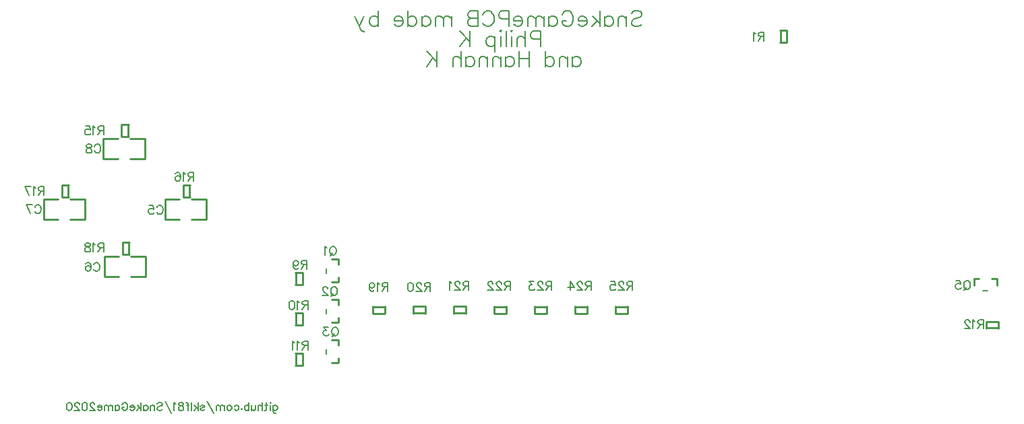
<source format=gbo>
G04 Layer: BottomSilkLayer*
G04 EasyEDA v6.3.22, 2020-04-19T15:25:33+02:00*
G04 9585e20cbaa244c19a7501b8b38ea314,91c4fea8558b4139a52e513319813ad2,10*
G04 Gerber Generator version 0.2*
G04 Scale: 100 percent, Rotated: No, Reflected: No *
G04 Dimensions in millimeters *
G04 leading zeros omitted , absolute positions ,3 integer and 3 decimal *
%FSLAX33Y33*%
%MOMM*%
G90*
G71D02*

%ADD10C,0.254000*%
%ADD30C,0.202997*%
%ADD33C,0.203200*%
%ADD34C,0.152400*%
%ADD35C,0.200000*%

%LPD*%
G54D10*
G01X55214Y18155D02*
G01X56585Y18155D01*
G01X55138Y18231D02*
G01X55138Y17368D01*
G01X56662Y18231D02*
G01X56662Y17368D01*
G01X55138Y17368D02*
G01X56662Y17368D01*
G01X61665Y17444D02*
G01X60294Y17444D01*
G01X61742Y17368D02*
G01X61742Y18231D01*
G01X60218Y17368D02*
G01X60218Y18231D01*
G01X61742Y18231D02*
G01X60218Y18231D01*
G01X66745Y17444D02*
G01X65374Y17444D01*
G01X66822Y17368D02*
G01X66822Y18231D01*
G01X65298Y17368D02*
G01X65298Y18231D01*
G01X66822Y18231D02*
G01X65298Y18231D01*
G01X70454Y18155D02*
G01X71825Y18155D01*
G01X70378Y18231D02*
G01X70378Y17368D01*
G01X71902Y18231D02*
G01X71902Y17368D01*
G01X70378Y17368D02*
G01X71902Y17368D01*
G01X75534Y18155D02*
G01X76905Y18155D01*
G01X75458Y18231D02*
G01X75458Y17368D01*
G01X76982Y18231D02*
G01X76982Y17368D01*
G01X75458Y17368D02*
G01X76982Y17368D01*
G01X80614Y18155D02*
G01X81985Y18155D01*
G01X80538Y18231D02*
G01X80538Y17368D01*
G01X82062Y18231D02*
G01X82062Y17368D01*
G01X80538Y17368D02*
G01X82062Y17368D01*
G01X85694Y18155D02*
G01X87065Y18155D01*
G01X85618Y18231D02*
G01X85618Y17368D01*
G01X87142Y18231D02*
G01X87142Y17368D01*
G01X85618Y17368D02*
G01X87142Y17368D01*
G01X133560Y20936D02*
G01X133560Y21751D01*
G01X132900Y21751D01*
G01X131299Y21751D02*
G01X130640Y21751D01*
G01X131299Y21751D01*
G01X130640Y21751D01*
G01X130640Y20936D01*
G54D35*
G01X132399Y20202D02*
G01X131800Y20202D01*
G54D10*
G01X50019Y21293D02*
G01X50835Y21293D01*
G01X50835Y21952D01*
G01X50835Y23553D02*
G01X50835Y24212D01*
G01X50835Y23553D01*
G01X50835Y24212D01*
G01X50019Y24212D01*
G54D35*
G01X49285Y22453D02*
G01X49285Y23052D01*
G54D10*
G01X50019Y16213D02*
G01X50835Y16213D01*
G01X50835Y16872D01*
G01X50835Y18473D02*
G01X50835Y19132D01*
G01X50835Y18473D01*
G01X50835Y19132D01*
G01X50019Y19132D01*
G54D35*
G01X49285Y17373D02*
G01X49285Y17972D01*
G54D10*
G01X50019Y11133D02*
G01X50835Y11133D01*
G01X50835Y11792D01*
G01X50835Y13393D02*
G01X50835Y14052D01*
G01X50835Y13393D01*
G01X50835Y14052D01*
G01X50019Y14052D01*
G54D35*
G01X49285Y12293D02*
G01X49285Y12892D01*
G54D10*
G01X45511Y21051D02*
G01X45511Y22422D01*
G01X45435Y20974D02*
G01X46298Y20974D01*
G01X45435Y22498D02*
G01X46298Y22498D01*
G01X46298Y20974D02*
G01X46298Y22498D01*
G01X45511Y15971D02*
G01X45511Y17342D01*
G01X45435Y15894D02*
G01X46298Y15894D01*
G01X45435Y17418D02*
G01X46298Y17418D01*
G01X46298Y15894D02*
G01X46298Y17418D01*
G01X45511Y10891D02*
G01X45511Y12262D01*
G01X45435Y10814D02*
G01X46298Y10814D01*
G01X45435Y12338D02*
G01X46298Y12338D01*
G01X46298Y10814D02*
G01X46298Y12338D01*
G01X133674Y15539D02*
G01X132303Y15539D01*
G01X133751Y15463D02*
G01X133751Y16326D01*
G01X132227Y15463D02*
G01X132227Y16326D01*
G01X133751Y16326D02*
G01X132227Y16326D01*
G01X24378Y41091D02*
G01X24378Y39720D01*
G01X24454Y41167D02*
G01X23591Y41167D01*
G01X24454Y39643D02*
G01X23591Y39643D01*
G01X23591Y41167D02*
G01X23591Y39643D01*
G01X16885Y33471D02*
G01X16885Y32100D01*
G01X16961Y33547D02*
G01X16098Y33547D01*
G01X16961Y32023D02*
G01X16098Y32023D01*
G01X16098Y33547D02*
G01X16098Y32023D01*
G01X24505Y26232D02*
G01X24505Y24861D01*
G01X24581Y26308D02*
G01X23718Y26308D01*
G01X24581Y24784D02*
G01X23718Y24784D01*
G01X23718Y26308D02*
G01X23718Y24784D01*
G01X32125Y33471D02*
G01X32125Y32100D01*
G01X32201Y33547D02*
G01X31338Y33547D01*
G01X32201Y32023D02*
G01X31338Y32023D01*
G01X31338Y33547D02*
G01X31338Y32023D01*
G01X106344Y51531D02*
G01X106344Y52902D01*
G01X106268Y51454D02*
G01X107131Y51454D01*
G01X106268Y52978D02*
G01X107131Y52978D01*
G01X107131Y51454D02*
G01X107131Y52978D01*
G01X30881Y29229D02*
G01X29032Y29229D01*
G01X29032Y31769D01*
G01X30881Y31769D01*
G01X32405Y31769D02*
G01X34263Y31769D01*
G01X34263Y29229D01*
G01X32405Y29229D01*
G01X23261Y21990D02*
G01X21412Y21990D01*
G01X21412Y24530D01*
G01X23261Y24530D01*
G01X24785Y24530D02*
G01X26643Y24530D01*
G01X26643Y21990D01*
G01X24785Y21990D01*
G01X15641Y29229D02*
G01X13792Y29229D01*
G01X13792Y31769D01*
G01X15641Y31769D01*
G01X17165Y31769D02*
G01X19023Y31769D01*
G01X19023Y29229D01*
G01X17165Y29229D01*
G01X23134Y36849D02*
G01X21285Y36849D01*
G01X21285Y39389D01*
G01X23134Y39389D01*
G01X24658Y39389D02*
G01X26516Y39389D01*
G01X26516Y36849D01*
G01X24658Y36849D01*
G54D30*
G01X42637Y5813D02*
G01X42637Y5062D01*
G01X42684Y4921D01*
G01X42730Y4874D01*
G01X42824Y4827D01*
G01X42965Y4827D01*
G01X43059Y4874D01*
G01X42637Y5672D02*
G01X42730Y5766D01*
G01X42824Y5813D01*
G01X42965Y5813D01*
G01X43059Y5766D01*
G01X43153Y5672D01*
G01X43200Y5531D01*
G01X43200Y5437D01*
G01X43153Y5297D01*
G01X43059Y5203D01*
G01X42965Y5156D01*
G01X42824Y5156D01*
G01X42730Y5203D01*
G01X42637Y5297D01*
G01X42327Y6141D02*
G01X42280Y6094D01*
G01X42233Y6141D01*
G01X42280Y6188D01*
G01X42327Y6141D01*
G01X42280Y5813D02*
G01X42280Y5156D01*
G01X41783Y6141D02*
G01X41783Y5343D01*
G01X41736Y5203D01*
G01X41642Y5156D01*
G01X41548Y5156D01*
G01X41924Y5813D02*
G01X41595Y5813D01*
G01X41239Y6141D02*
G01X41239Y5156D01*
G01X41239Y5625D02*
G01X41098Y5766D01*
G01X41004Y5813D01*
G01X40863Y5813D01*
G01X40770Y5766D01*
G01X40723Y5625D01*
G01X40723Y5156D01*
G01X40413Y5813D02*
G01X40413Y5343D01*
G01X40366Y5203D01*
G01X40272Y5156D01*
G01X40132Y5156D01*
G01X40038Y5203D01*
G01X39897Y5343D01*
G01X39897Y5813D02*
G01X39897Y5156D01*
G01X39588Y6141D02*
G01X39588Y5156D01*
G01X39588Y5672D02*
G01X39494Y5766D01*
G01X39400Y5813D01*
G01X39259Y5813D01*
G01X39165Y5766D01*
G01X39072Y5672D01*
G01X39025Y5531D01*
G01X39025Y5437D01*
G01X39072Y5297D01*
G01X39165Y5203D01*
G01X39259Y5156D01*
G01X39400Y5156D01*
G01X39494Y5203D01*
G01X39588Y5297D01*
G01X38668Y5390D02*
G01X38715Y5343D01*
G01X38668Y5297D01*
G01X38621Y5343D01*
G01X38668Y5390D01*
G01X37749Y5672D02*
G01X37843Y5766D01*
G01X37936Y5813D01*
G01X38077Y5813D01*
G01X38171Y5766D01*
G01X38265Y5672D01*
G01X38312Y5531D01*
G01X38312Y5437D01*
G01X38265Y5297D01*
G01X38171Y5203D01*
G01X38077Y5156D01*
G01X37936Y5156D01*
G01X37843Y5203D01*
G01X37749Y5297D01*
G01X37205Y5813D02*
G01X37298Y5766D01*
G01X37392Y5672D01*
G01X37439Y5531D01*
G01X37439Y5437D01*
G01X37392Y5297D01*
G01X37298Y5203D01*
G01X37205Y5156D01*
G01X37064Y5156D01*
G01X36970Y5203D01*
G01X36876Y5297D01*
G01X36829Y5437D01*
G01X36829Y5531D01*
G01X36876Y5672D01*
G01X36970Y5766D01*
G01X37064Y5813D01*
G01X37205Y5813D01*
G01X36520Y5813D02*
G01X36520Y5156D01*
G01X36520Y5625D02*
G01X36379Y5766D01*
G01X36285Y5813D01*
G01X36144Y5813D01*
G01X36051Y5766D01*
G01X36004Y5625D01*
G01X36004Y5156D01*
G01X36004Y5625D02*
G01X35863Y5766D01*
G01X35769Y5813D01*
G01X35628Y5813D01*
G01X35535Y5766D01*
G01X35488Y5625D01*
G01X35488Y5156D01*
G01X34334Y6329D02*
G01X35178Y4827D01*
G01X33508Y5672D02*
G01X33555Y5766D01*
G01X33696Y5813D01*
G01X33836Y5813D01*
G01X33977Y5766D01*
G01X34024Y5672D01*
G01X33977Y5578D01*
G01X33883Y5531D01*
G01X33649Y5484D01*
G01X33555Y5437D01*
G01X33508Y5343D01*
G01X33508Y5297D01*
G01X33555Y5203D01*
G01X33696Y5156D01*
G01X33836Y5156D01*
G01X33977Y5203D01*
G01X34024Y5297D01*
G01X33198Y6141D02*
G01X33198Y5156D01*
G01X32729Y5813D02*
G01X33198Y5343D01*
G01X33011Y5531D02*
G01X32682Y5156D01*
G01X32373Y6141D02*
G01X32373Y5156D01*
G01X31688Y6141D02*
G01X31782Y6141D01*
G01X31876Y6094D01*
G01X31923Y5953D01*
G01X31923Y5156D01*
G01X32063Y5813D02*
G01X31735Y5813D01*
G01X31144Y6141D02*
G01X31285Y6094D01*
G01X31332Y6000D01*
G01X31332Y5906D01*
G01X31285Y5813D01*
G01X31191Y5766D01*
G01X31003Y5719D01*
G01X30862Y5672D01*
G01X30769Y5578D01*
G01X30722Y5484D01*
G01X30722Y5343D01*
G01X30769Y5250D01*
G01X30816Y5203D01*
G01X30956Y5156D01*
G01X31144Y5156D01*
G01X31285Y5203D01*
G01X31332Y5250D01*
G01X31378Y5343D01*
G01X31378Y5484D01*
G01X31332Y5578D01*
G01X31238Y5672D01*
G01X31097Y5719D01*
G01X30909Y5766D01*
G01X30816Y5813D01*
G01X30769Y5906D01*
G01X30769Y6000D01*
G01X30816Y6094D01*
G01X30956Y6141D01*
G01X31144Y6141D01*
G01X30412Y5953D02*
G01X30318Y6000D01*
G01X30178Y6141D01*
G01X30178Y5156D01*
G01X29024Y6329D02*
G01X29868Y4827D01*
G01X28057Y6000D02*
G01X28151Y6094D01*
G01X28292Y6141D01*
G01X28479Y6141D01*
G01X28620Y6094D01*
G01X28714Y6000D01*
G01X28714Y5906D01*
G01X28667Y5813D01*
G01X28620Y5766D01*
G01X28526Y5719D01*
G01X28245Y5625D01*
G01X28151Y5578D01*
G01X28104Y5531D01*
G01X28057Y5437D01*
G01X28057Y5297D01*
G01X28151Y5203D01*
G01X28292Y5156D01*
G01X28479Y5156D01*
G01X28620Y5203D01*
G01X28714Y5297D01*
G01X27748Y5813D02*
G01X27748Y5156D01*
G01X27748Y5625D02*
G01X27607Y5766D01*
G01X27513Y5813D01*
G01X27372Y5813D01*
G01X27279Y5766D01*
G01X27232Y5625D01*
G01X27232Y5156D01*
G01X26359Y5813D02*
G01X26359Y5156D01*
G01X26359Y5672D02*
G01X26453Y5766D01*
G01X26547Y5813D01*
G01X26688Y5813D01*
G01X26781Y5766D01*
G01X26875Y5672D01*
G01X26922Y5531D01*
G01X26922Y5437D01*
G01X26875Y5297D01*
G01X26781Y5203D01*
G01X26688Y5156D01*
G01X26547Y5156D01*
G01X26453Y5203D01*
G01X26359Y5297D01*
G01X26050Y6141D02*
G01X26050Y5156D01*
G01X25580Y5813D02*
G01X26050Y5343D01*
G01X25862Y5531D02*
G01X25534Y5156D01*
G01X25224Y5531D02*
G01X24661Y5531D01*
G01X24661Y5625D01*
G01X24708Y5719D01*
G01X24755Y5766D01*
G01X24849Y5813D01*
G01X24989Y5813D01*
G01X25083Y5766D01*
G01X25177Y5672D01*
G01X25224Y5531D01*
G01X25224Y5437D01*
G01X25177Y5297D01*
G01X25083Y5203D01*
G01X24989Y5156D01*
G01X24849Y5156D01*
G01X24755Y5203D01*
G01X24661Y5297D01*
G01X23648Y5906D02*
G01X23695Y6000D01*
G01X23789Y6094D01*
G01X23882Y6141D01*
G01X24070Y6141D01*
G01X24164Y6094D01*
G01X24258Y6000D01*
G01X24305Y5906D01*
G01X24351Y5766D01*
G01X24351Y5531D01*
G01X24305Y5390D01*
G01X24258Y5297D01*
G01X24164Y5203D01*
G01X24070Y5156D01*
G01X23882Y5156D01*
G01X23789Y5203D01*
G01X23695Y5297D01*
G01X23648Y5390D01*
G01X23648Y5531D01*
G01X23882Y5531D02*
G01X23648Y5531D01*
G01X22775Y5813D02*
G01X22775Y5156D01*
G01X22775Y5672D02*
G01X22869Y5766D01*
G01X22963Y5813D01*
G01X23104Y5813D01*
G01X23197Y5766D01*
G01X23291Y5672D01*
G01X23338Y5531D01*
G01X23338Y5437D01*
G01X23291Y5297D01*
G01X23197Y5203D01*
G01X23104Y5156D01*
G01X22963Y5156D01*
G01X22869Y5203D01*
G01X22775Y5297D01*
G01X22466Y5813D02*
G01X22466Y5156D01*
G01X22466Y5625D02*
G01X22325Y5766D01*
G01X22231Y5813D01*
G01X22090Y5813D01*
G01X21997Y5766D01*
G01X21950Y5625D01*
G01X21950Y5156D01*
G01X21950Y5625D02*
G01X21809Y5766D01*
G01X21715Y5813D01*
G01X21574Y5813D01*
G01X21481Y5766D01*
G01X21434Y5625D01*
G01X21434Y5156D01*
G01X21124Y5531D02*
G01X20561Y5531D01*
G01X20561Y5625D01*
G01X20608Y5719D01*
G01X20655Y5766D01*
G01X20749Y5813D01*
G01X20890Y5813D01*
G01X20983Y5766D01*
G01X21077Y5672D01*
G01X21124Y5531D01*
G01X21124Y5437D01*
G01X21077Y5297D01*
G01X20983Y5203D01*
G01X20890Y5156D01*
G01X20749Y5156D01*
G01X20655Y5203D01*
G01X20561Y5297D01*
G01X20205Y5906D02*
G01X20205Y5953D01*
G01X20158Y6047D01*
G01X20111Y6094D01*
G01X20017Y6141D01*
G01X19829Y6141D01*
G01X19736Y6094D01*
G01X19689Y6047D01*
G01X19642Y5953D01*
G01X19642Y5859D01*
G01X19689Y5766D01*
G01X19782Y5625D01*
G01X20252Y5156D01*
G01X19595Y5156D01*
G01X19004Y6141D02*
G01X19145Y6094D01*
G01X19238Y5953D01*
G01X19285Y5719D01*
G01X19285Y5578D01*
G01X19238Y5343D01*
G01X19145Y5203D01*
G01X19004Y5156D01*
G01X18910Y5156D01*
G01X18769Y5203D01*
G01X18675Y5343D01*
G01X18629Y5578D01*
G01X18629Y5719D01*
G01X18675Y5953D01*
G01X18769Y6094D01*
G01X18910Y6141D01*
G01X19004Y6141D01*
G01X18272Y5906D02*
G01X18272Y5953D01*
G01X18225Y6047D01*
G01X18178Y6094D01*
G01X18084Y6141D01*
G01X17897Y6141D01*
G01X17803Y6094D01*
G01X17756Y6047D01*
G01X17709Y5953D01*
G01X17709Y5859D01*
G01X17756Y5766D01*
G01X17850Y5625D01*
G01X18319Y5156D01*
G01X17662Y5156D01*
G01X17071Y6141D02*
G01X17212Y6094D01*
G01X17306Y5953D01*
G01X17353Y5719D01*
G01X17353Y5578D01*
G01X17306Y5343D01*
G01X17212Y5203D01*
G01X17071Y5156D01*
G01X16977Y5156D01*
G01X16837Y5203D01*
G01X16743Y5343D01*
G01X16696Y5578D01*
G01X16696Y5719D01*
G01X16743Y5953D01*
G01X16837Y6094D01*
G01X16977Y6141D01*
G01X17071Y6141D01*
G54D33*
G01X87626Y55133D02*
G01X87811Y55318D01*
G01X88088Y55410D01*
G01X88458Y55410D01*
G01X88735Y55318D01*
G01X88920Y55133D01*
G01X88920Y54948D01*
G01X88827Y54763D01*
G01X88735Y54671D01*
G01X88550Y54579D01*
G01X87996Y54394D01*
G01X87811Y54302D01*
G01X87719Y54209D01*
G01X87626Y54025D01*
G01X87626Y53747D01*
G01X87811Y53563D01*
G01X88088Y53470D01*
G01X88458Y53470D01*
G01X88735Y53563D01*
G01X88920Y53747D01*
G01X87017Y54763D02*
G01X87017Y53470D01*
G01X87017Y54394D02*
G01X86740Y54671D01*
G01X86555Y54763D01*
G01X86278Y54763D01*
G01X86093Y54671D01*
G01X86001Y54394D01*
G01X86001Y53470D01*
G01X84283Y54763D02*
G01X84283Y53470D01*
G01X84283Y54486D02*
G01X84468Y54671D01*
G01X84652Y54763D01*
G01X84929Y54763D01*
G01X85114Y54671D01*
G01X85299Y54486D01*
G01X85391Y54209D01*
G01X85391Y54025D01*
G01X85299Y53747D01*
G01X85114Y53563D01*
G01X84929Y53470D01*
G01X84652Y53470D01*
G01X84468Y53563D01*
G01X84283Y53747D01*
G01X83673Y55410D02*
G01X83673Y53470D01*
G01X82750Y54763D02*
G01X83673Y53840D01*
G01X83304Y54209D02*
G01X82657Y53470D01*
G01X82048Y54209D02*
G01X80939Y54209D01*
G01X80939Y54394D01*
G01X81032Y54579D01*
G01X81124Y54671D01*
G01X81309Y54763D01*
G01X81586Y54763D01*
G01X81771Y54671D01*
G01X81955Y54486D01*
G01X82048Y54209D01*
G01X82048Y54025D01*
G01X81955Y53747D01*
G01X81771Y53563D01*
G01X81586Y53470D01*
G01X81309Y53470D01*
G01X81124Y53563D01*
G01X80939Y53747D01*
G01X78944Y54948D02*
G01X79037Y55133D01*
G01X79221Y55318D01*
G01X79406Y55410D01*
G01X79776Y55410D01*
G01X79960Y55318D01*
G01X80145Y55133D01*
G01X80237Y54948D01*
G01X80330Y54671D01*
G01X80330Y54209D01*
G01X80237Y53932D01*
G01X80145Y53747D01*
G01X79960Y53563D01*
G01X79776Y53470D01*
G01X79406Y53470D01*
G01X79221Y53563D01*
G01X79037Y53747D01*
G01X78944Y53932D01*
G01X78944Y54209D01*
G01X79406Y54209D02*
G01X78944Y54209D01*
G01X77226Y54763D02*
G01X77226Y53470D01*
G01X77226Y54486D02*
G01X77411Y54671D01*
G01X77596Y54763D01*
G01X77873Y54763D01*
G01X78058Y54671D01*
G01X78242Y54486D01*
G01X78335Y54209D01*
G01X78335Y54025D01*
G01X78242Y53747D01*
G01X78058Y53563D01*
G01X77873Y53470D01*
G01X77596Y53470D01*
G01X77411Y53563D01*
G01X77226Y53747D01*
G01X76617Y54763D02*
G01X76617Y53470D01*
G01X76617Y54394D02*
G01X76340Y54671D01*
G01X76155Y54763D01*
G01X75878Y54763D01*
G01X75693Y54671D01*
G01X75601Y54394D01*
G01X75601Y53470D01*
G01X75601Y54394D02*
G01X75324Y54671D01*
G01X75139Y54763D01*
G01X74862Y54763D01*
G01X74677Y54671D01*
G01X74585Y54394D01*
G01X74585Y53470D01*
G01X73975Y54209D02*
G01X72867Y54209D01*
G01X72867Y54394D01*
G01X72959Y54579D01*
G01X73051Y54671D01*
G01X73236Y54763D01*
G01X73513Y54763D01*
G01X73698Y54671D01*
G01X73883Y54486D01*
G01X73975Y54209D01*
G01X73975Y54025D01*
G01X73883Y53747D01*
G01X73698Y53563D01*
G01X73513Y53470D01*
G01X73236Y53470D01*
G01X73051Y53563D01*
G01X72867Y53747D01*
G01X72257Y55410D02*
G01X72257Y53470D01*
G01X72257Y55410D02*
G01X71426Y55410D01*
G01X71149Y55318D01*
G01X71056Y55225D01*
G01X70964Y55041D01*
G01X70964Y54763D01*
G01X71056Y54579D01*
G01X71149Y54486D01*
G01X71426Y54394D01*
G01X72257Y54394D01*
G01X68969Y54948D02*
G01X69061Y55133D01*
G01X69246Y55318D01*
G01X69431Y55410D01*
G01X69800Y55410D01*
G01X69985Y55318D01*
G01X70170Y55133D01*
G01X70262Y54948D01*
G01X70354Y54671D01*
G01X70354Y54209D01*
G01X70262Y53932D01*
G01X70170Y53747D01*
G01X69985Y53563D01*
G01X69800Y53470D01*
G01X69431Y53470D01*
G01X69246Y53563D01*
G01X69061Y53747D01*
G01X68969Y53932D01*
G01X68359Y55410D02*
G01X68359Y53470D01*
G01X68359Y55410D02*
G01X67528Y55410D01*
G01X67251Y55318D01*
G01X67159Y55225D01*
G01X67066Y55041D01*
G01X67066Y54856D01*
G01X67159Y54671D01*
G01X67251Y54579D01*
G01X67528Y54486D01*
G01X68359Y54486D02*
G01X67528Y54486D01*
G01X67251Y54394D01*
G01X67159Y54302D01*
G01X67066Y54117D01*
G01X67066Y53840D01*
G01X67159Y53655D01*
G01X67251Y53563D01*
G01X67528Y53470D01*
G01X68359Y53470D01*
G01X65034Y54763D02*
G01X65034Y53470D01*
G01X65034Y54394D02*
G01X64757Y54671D01*
G01X64572Y54763D01*
G01X64295Y54763D01*
G01X64111Y54671D01*
G01X64018Y54394D01*
G01X64018Y53470D01*
G01X64018Y54394D02*
G01X63741Y54671D01*
G01X63556Y54763D01*
G01X63279Y54763D01*
G01X63095Y54671D01*
G01X63002Y54394D01*
G01X63002Y53470D01*
G01X61284Y54763D02*
G01X61284Y53470D01*
G01X61284Y54486D02*
G01X61469Y54671D01*
G01X61654Y54763D01*
G01X61931Y54763D01*
G01X62116Y54671D01*
G01X62300Y54486D01*
G01X62393Y54209D01*
G01X62393Y54025D01*
G01X62300Y53747D01*
G01X62116Y53563D01*
G01X61931Y53470D01*
G01X61654Y53470D01*
G01X61469Y53563D01*
G01X61284Y53747D01*
G01X59566Y55410D02*
G01X59566Y53470D01*
G01X59566Y54486D02*
G01X59751Y54671D01*
G01X59936Y54763D01*
G01X60213Y54763D01*
G01X60398Y54671D01*
G01X60582Y54486D01*
G01X60675Y54209D01*
G01X60675Y54025D01*
G01X60582Y53747D01*
G01X60398Y53563D01*
G01X60213Y53470D01*
G01X59936Y53470D01*
G01X59751Y53563D01*
G01X59566Y53747D01*
G01X58957Y54209D02*
G01X57848Y54209D01*
G01X57848Y54394D01*
G01X57941Y54579D01*
G01X58033Y54671D01*
G01X58218Y54763D01*
G01X58495Y54763D01*
G01X58680Y54671D01*
G01X58864Y54486D01*
G01X58957Y54209D01*
G01X58957Y54025D01*
G01X58864Y53747D01*
G01X58680Y53563D01*
G01X58495Y53470D01*
G01X58218Y53470D01*
G01X58033Y53563D01*
G01X57848Y53747D01*
G01X55816Y55410D02*
G01X55816Y53470D01*
G01X55816Y54486D02*
G01X55632Y54671D01*
G01X55447Y54763D01*
G01X55170Y54763D01*
G01X54985Y54671D01*
G01X54800Y54486D01*
G01X54708Y54209D01*
G01X54708Y54025D01*
G01X54800Y53747D01*
G01X54985Y53563D01*
G01X55170Y53470D01*
G01X55447Y53470D01*
G01X55632Y53563D01*
G01X55816Y53747D01*
G01X54006Y54763D02*
G01X53452Y53470D01*
G01X52898Y54763D02*
G01X53452Y53470D01*
G01X53637Y53101D01*
G01X53821Y52916D01*
G01X54006Y52824D01*
G01X54098Y52824D01*
G01X76220Y52870D02*
G01X76220Y50930D01*
G01X76220Y52870D02*
G01X75388Y52870D01*
G01X75111Y52778D01*
G01X75019Y52685D01*
G01X74926Y52501D01*
G01X74926Y52223D01*
G01X75019Y52039D01*
G01X75111Y51946D01*
G01X75388Y51854D01*
G01X76220Y51854D01*
G01X74317Y52870D02*
G01X74317Y50930D01*
G01X74317Y51854D02*
G01X74040Y52131D01*
G01X73855Y52223D01*
G01X73578Y52223D01*
G01X73393Y52131D01*
G01X73301Y51854D01*
G01X73301Y50930D01*
G01X72691Y52870D02*
G01X72599Y52778D01*
G01X72506Y52870D01*
G01X72599Y52962D01*
G01X72691Y52870D01*
G01X72599Y52223D02*
G01X72599Y50930D01*
G01X71897Y52870D02*
G01X71897Y50930D01*
G01X71287Y52870D02*
G01X71195Y52778D01*
G01X71103Y52870D01*
G01X71195Y52962D01*
G01X71287Y52870D01*
G01X71195Y52223D02*
G01X71195Y50930D01*
G01X70493Y52223D02*
G01X70493Y50284D01*
G01X70493Y51946D02*
G01X70308Y52131D01*
G01X70124Y52223D01*
G01X69846Y52223D01*
G01X69662Y52131D01*
G01X69477Y51946D01*
G01X69385Y51669D01*
G01X69385Y51485D01*
G01X69477Y51207D01*
G01X69662Y51023D01*
G01X69846Y50930D01*
G01X70124Y50930D01*
G01X70308Y51023D01*
G01X70493Y51207D01*
G01X67353Y52870D02*
G01X67353Y50930D01*
G01X66060Y52870D02*
G01X67353Y51577D01*
G01X66891Y52039D02*
G01X66060Y50930D01*
G01X80192Y49684D02*
G01X80192Y48391D01*
G01X80192Y49407D02*
G01X80375Y49590D01*
G01X80560Y49684D01*
G01X80837Y49684D01*
G01X81023Y49590D01*
G01X81208Y49407D01*
G01X81300Y49130D01*
G01X81300Y48945D01*
G01X81208Y48668D01*
G01X81023Y48483D01*
G01X80837Y48391D01*
G01X80560Y48391D01*
G01X80375Y48483D01*
G01X80192Y48668D01*
G01X79582Y49684D02*
G01X79582Y48391D01*
G01X79582Y49313D02*
G01X79306Y49590D01*
G01X79120Y49684D01*
G01X78843Y49684D01*
G01X78658Y49590D01*
G01X78566Y49313D01*
G01X78566Y48391D01*
G01X76847Y50329D02*
G01X76847Y48391D01*
G01X76847Y49407D02*
G01X77032Y49590D01*
G01X77218Y49684D01*
G01X77495Y49684D01*
G01X77680Y49590D01*
G01X77863Y49407D01*
G01X77957Y49130D01*
G01X77957Y48945D01*
G01X77863Y48668D01*
G01X77680Y48483D01*
G01X77495Y48391D01*
G01X77218Y48391D01*
G01X77032Y48483D01*
G01X76847Y48668D01*
G01X74815Y50329D02*
G01X74815Y48391D01*
G01X73522Y50329D02*
G01X73522Y48391D01*
G01X74815Y49407D02*
G01X73522Y49407D01*
G01X71805Y49684D02*
G01X71805Y48391D01*
G01X71805Y49407D02*
G01X71990Y49590D01*
G01X72173Y49684D01*
G01X72450Y49684D01*
G01X72636Y49590D01*
G01X72821Y49407D01*
G01X72912Y49130D01*
G01X72912Y48945D01*
G01X72821Y48668D01*
G01X72636Y48483D01*
G01X72450Y48391D01*
G01X72173Y48391D01*
G01X71990Y48483D01*
G01X71805Y48668D01*
G01X71195Y49684D02*
G01X71195Y48391D01*
G01X71195Y49313D02*
G01X70919Y49590D01*
G01X70733Y49684D01*
G01X70456Y49684D01*
G01X70271Y49590D01*
G01X70179Y49313D01*
G01X70179Y48391D01*
G01X69570Y49684D02*
G01X69570Y48391D01*
G01X69570Y49313D02*
G01X69293Y49590D01*
G01X69108Y49684D01*
G01X68831Y49684D01*
G01X68645Y49590D01*
G01X68554Y49313D01*
G01X68554Y48391D01*
G01X66834Y49684D02*
G01X66834Y48391D01*
G01X66834Y49407D02*
G01X67020Y49590D01*
G01X67205Y49684D01*
G01X67482Y49684D01*
G01X67667Y49590D01*
G01X67850Y49407D01*
G01X67944Y49130D01*
G01X67944Y48945D01*
G01X67850Y48668D01*
G01X67667Y48483D01*
G01X67482Y48391D01*
G01X67205Y48391D01*
G01X67020Y48483D01*
G01X66834Y48668D01*
G01X66225Y50329D02*
G01X66225Y48391D01*
G01X66225Y49313D02*
G01X65948Y49590D01*
G01X65765Y49684D01*
G01X65488Y49684D01*
G01X65303Y49590D01*
G01X65209Y49313D01*
G01X65209Y48391D01*
G01X63177Y50329D02*
G01X63177Y48391D01*
G01X61884Y50329D02*
G01X63177Y49036D01*
G01X62717Y49499D02*
G01X61884Y48391D01*
G54D34*
G01X57043Y21239D02*
G01X57043Y20149D01*
G01X57043Y21239D02*
G01X56575Y21239D01*
G01X56420Y21188D01*
G01X56367Y21135D01*
G01X56316Y21030D01*
G01X56316Y20926D01*
G01X56367Y20822D01*
G01X56420Y20771D01*
G01X56575Y20720D01*
G01X57043Y20720D01*
G01X56679Y20720D02*
G01X56316Y20149D01*
G01X55973Y21030D02*
G01X55869Y21084D01*
G01X55712Y21239D01*
G01X55712Y20149D01*
G01X54693Y20875D02*
G01X54746Y20720D01*
G01X54850Y20616D01*
G01X55005Y20563D01*
G01X55059Y20563D01*
G01X55214Y20616D01*
G01X55318Y20720D01*
G01X55369Y20875D01*
G01X55369Y20926D01*
G01X55318Y21084D01*
G01X55214Y21188D01*
G01X55059Y21239D01*
G01X55005Y21239D01*
G01X54850Y21188D01*
G01X54746Y21084D01*
G01X54693Y20875D01*
G01X54693Y20616D01*
G01X54746Y20355D01*
G01X54850Y20200D01*
G01X55005Y20149D01*
G01X55110Y20149D01*
G01X55265Y20200D01*
G01X55318Y20304D01*
G01X62377Y21239D02*
G01X62377Y20149D01*
G01X62377Y21239D02*
G01X61909Y21239D01*
G01X61754Y21188D01*
G01X61701Y21135D01*
G01X61650Y21030D01*
G01X61650Y20926D01*
G01X61701Y20822D01*
G01X61754Y20771D01*
G01X61909Y20720D01*
G01X62377Y20720D01*
G01X62013Y20720D02*
G01X61650Y20149D01*
G01X61254Y20980D02*
G01X61254Y21030D01*
G01X61203Y21135D01*
G01X61150Y21188D01*
G01X61046Y21239D01*
G01X60840Y21239D01*
G01X60736Y21188D01*
G01X60682Y21135D01*
G01X60632Y21030D01*
G01X60632Y20926D01*
G01X60682Y20822D01*
G01X60786Y20667D01*
G01X61307Y20149D01*
G01X60578Y20149D01*
G01X59925Y21239D02*
G01X60080Y21188D01*
G01X60184Y21030D01*
G01X60235Y20771D01*
G01X60235Y20616D01*
G01X60184Y20355D01*
G01X60080Y20200D01*
G01X59925Y20149D01*
G01X59821Y20149D01*
G01X59664Y20200D01*
G01X59560Y20355D01*
G01X59509Y20616D01*
G01X59509Y20771D01*
G01X59560Y21030D01*
G01X59664Y21188D01*
G01X59821Y21239D01*
G01X59925Y21239D01*
G01X67203Y21366D02*
G01X67203Y20276D01*
G01X67203Y21366D02*
G01X66735Y21366D01*
G01X66580Y21315D01*
G01X66527Y21262D01*
G01X66476Y21157D01*
G01X66476Y21053D01*
G01X66527Y20949D01*
G01X66580Y20898D01*
G01X66735Y20847D01*
G01X67203Y20847D01*
G01X66839Y20847D02*
G01X66476Y20276D01*
G01X66080Y21107D02*
G01X66080Y21157D01*
G01X66029Y21262D01*
G01X65976Y21315D01*
G01X65872Y21366D01*
G01X65666Y21366D01*
G01X65562Y21315D01*
G01X65508Y21262D01*
G01X65458Y21157D01*
G01X65458Y21053D01*
G01X65508Y20949D01*
G01X65612Y20794D01*
G01X66133Y20276D01*
G01X65404Y20276D01*
G01X65061Y21157D02*
G01X64957Y21211D01*
G01X64802Y21366D01*
G01X64802Y20276D01*
G01X72410Y21366D02*
G01X72410Y20276D01*
G01X72410Y21366D02*
G01X71942Y21366D01*
G01X71787Y21315D01*
G01X71734Y21262D01*
G01X71683Y21157D01*
G01X71683Y21053D01*
G01X71734Y20949D01*
G01X71787Y20898D01*
G01X71942Y20847D01*
G01X72410Y20847D01*
G01X72046Y20847D02*
G01X71683Y20276D01*
G01X71287Y21107D02*
G01X71287Y21157D01*
G01X71236Y21262D01*
G01X71183Y21315D01*
G01X71079Y21366D01*
G01X70873Y21366D01*
G01X70769Y21315D01*
G01X70715Y21262D01*
G01X70665Y21157D01*
G01X70665Y21053D01*
G01X70715Y20949D01*
G01X70819Y20794D01*
G01X71340Y20276D01*
G01X70611Y20276D01*
G01X70217Y21107D02*
G01X70217Y21157D01*
G01X70164Y21262D01*
G01X70113Y21315D01*
G01X70009Y21366D01*
G01X69801Y21366D01*
G01X69697Y21315D01*
G01X69646Y21262D01*
G01X69593Y21157D01*
G01X69593Y21053D01*
G01X69646Y20949D01*
G01X69750Y20794D01*
G01X70268Y20276D01*
G01X69542Y20276D01*
G01X77617Y21366D02*
G01X77617Y20276D01*
G01X77617Y21366D02*
G01X77149Y21366D01*
G01X76994Y21315D01*
G01X76941Y21262D01*
G01X76890Y21157D01*
G01X76890Y21053D01*
G01X76941Y20949D01*
G01X76994Y20898D01*
G01X77149Y20847D01*
G01X77617Y20847D01*
G01X77253Y20847D02*
G01X76890Y20276D01*
G01X76494Y21107D02*
G01X76494Y21157D01*
G01X76443Y21262D01*
G01X76390Y21315D01*
G01X76286Y21366D01*
G01X76080Y21366D01*
G01X75976Y21315D01*
G01X75922Y21262D01*
G01X75872Y21157D01*
G01X75872Y21053D01*
G01X75922Y20949D01*
G01X76026Y20794D01*
G01X76547Y20276D01*
G01X75818Y20276D01*
G01X75371Y21366D02*
G01X74800Y21366D01*
G01X75112Y20949D01*
G01X74957Y20949D01*
G01X74853Y20898D01*
G01X74800Y20847D01*
G01X74749Y20690D01*
G01X74749Y20586D01*
G01X74800Y20431D01*
G01X74904Y20327D01*
G01X75061Y20276D01*
G01X75216Y20276D01*
G01X75371Y20327D01*
G01X75424Y20378D01*
G01X75475Y20482D01*
G01X82570Y21366D02*
G01X82570Y20276D01*
G01X82570Y21366D02*
G01X82102Y21366D01*
G01X81947Y21315D01*
G01X81894Y21262D01*
G01X81843Y21157D01*
G01X81843Y21053D01*
G01X81894Y20949D01*
G01X81947Y20898D01*
G01X82102Y20847D01*
G01X82570Y20847D01*
G01X82206Y20847D02*
G01X81843Y20276D01*
G01X81447Y21107D02*
G01X81447Y21157D01*
G01X81396Y21262D01*
G01X81343Y21315D01*
G01X81239Y21366D01*
G01X81033Y21366D01*
G01X80929Y21315D01*
G01X80875Y21262D01*
G01X80825Y21157D01*
G01X80825Y21053D01*
G01X80875Y20949D01*
G01X80979Y20794D01*
G01X81500Y20276D01*
G01X80771Y20276D01*
G01X79910Y21366D02*
G01X80428Y20639D01*
G01X79649Y20639D01*
G01X79910Y21366D02*
G01X79910Y20276D01*
G01X87777Y21366D02*
G01X87777Y20276D01*
G01X87777Y21366D02*
G01X87309Y21366D01*
G01X87154Y21315D01*
G01X87101Y21262D01*
G01X87050Y21157D01*
G01X87050Y21053D01*
G01X87101Y20949D01*
G01X87154Y20898D01*
G01X87309Y20847D01*
G01X87777Y20847D01*
G01X87413Y20847D02*
G01X87050Y20276D01*
G01X86654Y21107D02*
G01X86654Y21157D01*
G01X86603Y21262D01*
G01X86550Y21315D01*
G01X86446Y21366D01*
G01X86240Y21366D01*
G01X86136Y21315D01*
G01X86082Y21262D01*
G01X86032Y21157D01*
G01X86032Y21053D01*
G01X86082Y20949D01*
G01X86186Y20794D01*
G01X86707Y20276D01*
G01X85978Y20276D01*
G01X85013Y21366D02*
G01X85531Y21366D01*
G01X85584Y20898D01*
G01X85531Y20949D01*
G01X85376Y21002D01*
G01X85221Y21002D01*
G01X85064Y20949D01*
G01X84960Y20847D01*
G01X84909Y20690D01*
G01X84909Y20586D01*
G01X84960Y20431D01*
G01X85064Y20327D01*
G01X85221Y20276D01*
G01X85376Y20276D01*
G01X85531Y20327D01*
G01X85584Y20378D01*
G01X85635Y20482D01*
G01X129882Y21493D02*
G01X129986Y21442D01*
G01X130090Y21338D01*
G01X130144Y21233D01*
G01X130195Y21076D01*
G01X130195Y20817D01*
G01X130144Y20662D01*
G01X130090Y20558D01*
G01X129986Y20454D01*
G01X129882Y20403D01*
G01X129674Y20403D01*
G01X129572Y20454D01*
G01X129468Y20558D01*
G01X129415Y20662D01*
G01X129364Y20817D01*
G01X129364Y21076D01*
G01X129415Y21233D01*
G01X129468Y21338D01*
G01X129572Y21442D01*
G01X129674Y21493D01*
G01X129882Y21493D01*
G01X129727Y20609D02*
G01X129415Y20299D01*
G01X128396Y21493D02*
G01X128917Y21493D01*
G01X128968Y21025D01*
G01X128917Y21076D01*
G01X128759Y21129D01*
G01X128605Y21129D01*
G01X128450Y21076D01*
G01X128345Y20974D01*
G01X128292Y20817D01*
G01X128292Y20713D01*
G01X128345Y20558D01*
G01X128450Y20454D01*
G01X128605Y20403D01*
G01X128759Y20403D01*
G01X128917Y20454D01*
G01X128968Y20504D01*
G01X129021Y20609D01*
G01X50253Y25811D02*
G01X50357Y25760D01*
G01X50461Y25656D01*
G01X50515Y25551D01*
G01X50566Y25394D01*
G01X50566Y25135D01*
G01X50515Y24980D01*
G01X50461Y24876D01*
G01X50357Y24772D01*
G01X50253Y24721D01*
G01X50045Y24721D01*
G01X49943Y24772D01*
G01X49839Y24876D01*
G01X49786Y24980D01*
G01X49735Y25135D01*
G01X49735Y25394D01*
G01X49786Y25551D01*
G01X49839Y25656D01*
G01X49943Y25760D01*
G01X50045Y25811D01*
G01X50253Y25811D01*
G01X50098Y24927D02*
G01X49786Y24617D01*
G01X49392Y25602D02*
G01X49288Y25656D01*
G01X49130Y25811D01*
G01X49130Y24721D01*
G01X50380Y20731D02*
G01X50484Y20680D01*
G01X50588Y20576D01*
G01X50642Y20471D01*
G01X50693Y20314D01*
G01X50693Y20055D01*
G01X50642Y19900D01*
G01X50588Y19796D01*
G01X50484Y19692D01*
G01X50380Y19641D01*
G01X50172Y19641D01*
G01X50070Y19692D01*
G01X49966Y19796D01*
G01X49913Y19900D01*
G01X49862Y20055D01*
G01X49862Y20314D01*
G01X49913Y20471D01*
G01X49966Y20576D01*
G01X50070Y20680D01*
G01X50172Y20731D01*
G01X50380Y20731D01*
G01X50225Y19847D02*
G01X49913Y19537D01*
G01X49466Y20471D02*
G01X49466Y20522D01*
G01X49415Y20626D01*
G01X49362Y20680D01*
G01X49257Y20731D01*
G01X49052Y20731D01*
G01X48948Y20680D01*
G01X48894Y20626D01*
G01X48843Y20522D01*
G01X48843Y20418D01*
G01X48894Y20314D01*
G01X48998Y20159D01*
G01X49519Y19641D01*
G01X48790Y19641D01*
G01X50507Y15651D02*
G01X50611Y15600D01*
G01X50715Y15496D01*
G01X50769Y15391D01*
G01X50820Y15234D01*
G01X50820Y14975D01*
G01X50769Y14820D01*
G01X50715Y14716D01*
G01X50611Y14612D01*
G01X50507Y14561D01*
G01X50299Y14561D01*
G01X50197Y14612D01*
G01X50093Y14716D01*
G01X50040Y14820D01*
G01X49989Y14975D01*
G01X49989Y15234D01*
G01X50040Y15391D01*
G01X50093Y15496D01*
G01X50197Y15600D01*
G01X50299Y15651D01*
G01X50507Y15651D01*
G01X50352Y14767D02*
G01X50040Y14457D01*
G01X49542Y15651D02*
G01X48970Y15651D01*
G01X49283Y15234D01*
G01X49125Y15234D01*
G01X49021Y15183D01*
G01X48970Y15132D01*
G01X48917Y14975D01*
G01X48917Y14871D01*
G01X48970Y14716D01*
G01X49075Y14612D01*
G01X49230Y14561D01*
G01X49384Y14561D01*
G01X49542Y14612D01*
G01X49593Y14662D01*
G01X49646Y14767D01*
G01X46883Y24033D02*
G01X46883Y22943D01*
G01X46883Y24033D02*
G01X46415Y24033D01*
G01X46260Y23982D01*
G01X46207Y23929D01*
G01X46156Y23824D01*
G01X46156Y23720D01*
G01X46207Y23616D01*
G01X46260Y23565D01*
G01X46415Y23514D01*
G01X46883Y23514D01*
G01X46519Y23514D02*
G01X46156Y22943D01*
G01X45138Y23669D02*
G01X45188Y23514D01*
G01X45292Y23410D01*
G01X45447Y23357D01*
G01X45501Y23357D01*
G01X45656Y23410D01*
G01X45760Y23514D01*
G01X45813Y23669D01*
G01X45813Y23720D01*
G01X45760Y23878D01*
G01X45656Y23982D01*
G01X45501Y24033D01*
G01X45447Y24033D01*
G01X45292Y23982D01*
G01X45188Y23878D01*
G01X45138Y23669D01*
G01X45138Y23410D01*
G01X45188Y23149D01*
G01X45292Y22994D01*
G01X45447Y22943D01*
G01X45552Y22943D01*
G01X45709Y22994D01*
G01X45760Y23098D01*
G01X47010Y18953D02*
G01X47010Y17863D01*
G01X47010Y18953D02*
G01X46542Y18953D01*
G01X46387Y18902D01*
G01X46334Y18849D01*
G01X46283Y18744D01*
G01X46283Y18640D01*
G01X46334Y18536D01*
G01X46387Y18485D01*
G01X46542Y18434D01*
G01X47010Y18434D01*
G01X46646Y18434D02*
G01X46283Y17863D01*
G01X45940Y18744D02*
G01X45836Y18798D01*
G01X45679Y18953D01*
G01X45679Y17863D01*
G01X45026Y18953D02*
G01X45181Y18902D01*
G01X45285Y18744D01*
G01X45336Y18485D01*
G01X45336Y18330D01*
G01X45285Y18069D01*
G01X45181Y17914D01*
G01X45026Y17863D01*
G01X44922Y17863D01*
G01X44764Y17914D01*
G01X44660Y18069D01*
G01X44609Y18330D01*
G01X44609Y18485D01*
G01X44660Y18744D01*
G01X44764Y18902D01*
G01X44922Y18953D01*
G01X45026Y18953D01*
G01X47010Y13873D02*
G01X47010Y12783D01*
G01X47010Y13873D02*
G01X46542Y13873D01*
G01X46387Y13822D01*
G01X46334Y13769D01*
G01X46283Y13664D01*
G01X46283Y13560D01*
G01X46334Y13456D01*
G01X46387Y13405D01*
G01X46542Y13354D01*
G01X47010Y13354D01*
G01X46646Y13354D02*
G01X46283Y12783D01*
G01X45940Y13664D02*
G01X45836Y13718D01*
G01X45679Y13873D01*
G01X45679Y12783D01*
G01X45336Y13664D02*
G01X45232Y13718D01*
G01X45077Y13873D01*
G01X45077Y12783D01*
G01X131846Y16540D02*
G01X131846Y15450D01*
G01X131846Y16540D02*
G01X131378Y16540D01*
G01X131223Y16489D01*
G01X131170Y16436D01*
G01X131119Y16331D01*
G01X131119Y16227D01*
G01X131170Y16123D01*
G01X131223Y16072D01*
G01X131378Y16021D01*
G01X131846Y16021D01*
G01X131482Y16021D02*
G01X131119Y15450D01*
G01X130776Y16331D02*
G01X130672Y16385D01*
G01X130515Y16540D01*
G01X130515Y15450D01*
G01X130121Y16281D02*
G01X130121Y16331D01*
G01X130068Y16436D01*
G01X130017Y16489D01*
G01X129913Y16540D01*
G01X129704Y16540D01*
G01X129600Y16489D01*
G01X129549Y16436D01*
G01X129496Y16331D01*
G01X129496Y16227D01*
G01X129549Y16123D01*
G01X129653Y15968D01*
G01X130172Y15450D01*
G01X129445Y15450D01*
G01X21356Y40924D02*
G01X21356Y39834D01*
G01X21356Y40924D02*
G01X20888Y40924D01*
G01X20733Y40873D01*
G01X20680Y40820D01*
G01X20629Y40715D01*
G01X20629Y40611D01*
G01X20680Y40507D01*
G01X20733Y40456D01*
G01X20888Y40405D01*
G01X21356Y40405D01*
G01X20992Y40405D02*
G01X20629Y39834D01*
G01X20286Y40715D02*
G01X20182Y40769D01*
G01X20025Y40924D01*
G01X20025Y39834D01*
G01X19059Y40924D02*
G01X19578Y40924D01*
G01X19631Y40456D01*
G01X19578Y40507D01*
G01X19423Y40560D01*
G01X19268Y40560D01*
G01X19110Y40507D01*
G01X19006Y40405D01*
G01X18955Y40248D01*
G01X18955Y40144D01*
G01X19006Y39989D01*
G01X19110Y39885D01*
G01X19268Y39834D01*
G01X19423Y39834D01*
G01X19578Y39885D01*
G01X19631Y39936D01*
G01X19682Y40040D01*
G01X13863Y33304D02*
G01X13863Y32214D01*
G01X13863Y33304D02*
G01X13395Y33304D01*
G01X13240Y33253D01*
G01X13187Y33200D01*
G01X13136Y33095D01*
G01X13136Y32991D01*
G01X13187Y32887D01*
G01X13240Y32836D01*
G01X13395Y32785D01*
G01X13863Y32785D01*
G01X13499Y32785D02*
G01X13136Y32214D01*
G01X12793Y33095D02*
G01X12689Y33149D01*
G01X12532Y33304D01*
G01X12532Y32214D01*
G01X11462Y33304D02*
G01X11983Y32214D01*
G01X12189Y33304D02*
G01X11462Y33304D01*
G01X21356Y26192D02*
G01X21356Y25102D01*
G01X21356Y26192D02*
G01X20888Y26192D01*
G01X20733Y26141D01*
G01X20680Y26088D01*
G01X20629Y25983D01*
G01X20629Y25879D01*
G01X20680Y25775D01*
G01X20733Y25724D01*
G01X20888Y25673D01*
G01X21356Y25673D01*
G01X20992Y25673D02*
G01X20629Y25102D01*
G01X20286Y25983D02*
G01X20182Y26037D01*
G01X20025Y26192D01*
G01X20025Y25102D01*
G01X19423Y26192D02*
G01X19578Y26141D01*
G01X19631Y26037D01*
G01X19631Y25933D01*
G01X19578Y25828D01*
G01X19476Y25775D01*
G01X19268Y25724D01*
G01X19110Y25673D01*
G01X19006Y25569D01*
G01X18955Y25465D01*
G01X18955Y25308D01*
G01X19006Y25204D01*
G01X19059Y25153D01*
G01X19214Y25102D01*
G01X19423Y25102D01*
G01X19578Y25153D01*
G01X19631Y25204D01*
G01X19682Y25308D01*
G01X19682Y25465D01*
G01X19631Y25569D01*
G01X19527Y25673D01*
G01X19372Y25724D01*
G01X19163Y25775D01*
G01X19059Y25828D01*
G01X19006Y25933D01*
G01X19006Y26037D01*
G01X19059Y26141D01*
G01X19214Y26192D01*
G01X19423Y26192D01*
G01X32659Y35082D02*
G01X32659Y33992D01*
G01X32659Y35082D02*
G01X32191Y35082D01*
G01X32036Y35031D01*
G01X31983Y34978D01*
G01X31932Y34873D01*
G01X31932Y34769D01*
G01X31983Y34665D01*
G01X32036Y34614D01*
G01X32191Y34563D01*
G01X32659Y34563D01*
G01X32295Y34563D02*
G01X31932Y33992D01*
G01X31589Y34873D02*
G01X31485Y34927D01*
G01X31328Y35082D01*
G01X31328Y33992D01*
G01X30362Y34927D02*
G01X30413Y35031D01*
G01X30571Y35082D01*
G01X30675Y35082D01*
G01X30830Y35031D01*
G01X30934Y34873D01*
G01X30985Y34614D01*
G01X30985Y34355D01*
G01X30934Y34147D01*
G01X30830Y34043D01*
G01X30675Y33992D01*
G01X30621Y33992D01*
G01X30466Y34043D01*
G01X30362Y34147D01*
G01X30309Y34302D01*
G01X30309Y34355D01*
G01X30362Y34510D01*
G01X30466Y34614D01*
G01X30621Y34665D01*
G01X30675Y34665D01*
G01X30830Y34614D01*
G01X30934Y34510D01*
G01X30985Y34355D01*
G01X104287Y52735D02*
G01X104287Y51645D01*
G01X104287Y52735D02*
G01X103819Y52735D01*
G01X103664Y52684D01*
G01X103611Y52631D01*
G01X103560Y52526D01*
G01X103560Y52422D01*
G01X103611Y52318D01*
G01X103664Y52267D01*
G01X103819Y52216D01*
G01X104287Y52216D01*
G01X103923Y52216D02*
G01X103560Y51645D01*
G01X103217Y52526D02*
G01X103113Y52580D01*
G01X102956Y52735D01*
G01X102956Y51645D01*
G01X28013Y30685D02*
G01X28066Y30789D01*
G01X28170Y30893D01*
G01X28272Y30944D01*
G01X28480Y30944D01*
G01X28584Y30893D01*
G01X28688Y30789D01*
G01X28742Y30685D01*
G01X28793Y30527D01*
G01X28793Y30268D01*
G01X28742Y30113D01*
G01X28688Y30009D01*
G01X28584Y29905D01*
G01X28480Y29854D01*
G01X28272Y29854D01*
G01X28170Y29905D01*
G01X28066Y30009D01*
G01X28013Y30113D01*
G01X27048Y30944D02*
G01X27566Y30944D01*
G01X27619Y30477D01*
G01X27566Y30527D01*
G01X27411Y30581D01*
G01X27256Y30581D01*
G01X27098Y30527D01*
G01X26994Y30426D01*
G01X26944Y30268D01*
G01X26944Y30164D01*
G01X26994Y30009D01*
G01X27098Y29905D01*
G01X27256Y29854D01*
G01X27411Y29854D01*
G01X27566Y29905D01*
G01X27619Y29956D01*
G01X27670Y30060D01*
G01X20068Y23520D02*
G01X20121Y23624D01*
G01X20225Y23728D01*
G01X20327Y23779D01*
G01X20535Y23779D01*
G01X20639Y23728D01*
G01X20743Y23624D01*
G01X20797Y23520D01*
G01X20848Y23362D01*
G01X20848Y23103D01*
G01X20797Y22948D01*
G01X20743Y22844D01*
G01X20639Y22740D01*
G01X20535Y22689D01*
G01X20327Y22689D01*
G01X20225Y22740D01*
G01X20121Y22844D01*
G01X20068Y22948D01*
G01X19103Y23624D02*
G01X19153Y23728D01*
G01X19311Y23779D01*
G01X19412Y23779D01*
G01X19570Y23728D01*
G01X19674Y23570D01*
G01X19725Y23311D01*
G01X19725Y23052D01*
G01X19674Y22844D01*
G01X19570Y22740D01*
G01X19412Y22689D01*
G01X19362Y22689D01*
G01X19207Y22740D01*
G01X19103Y22844D01*
G01X19049Y22999D01*
G01X19049Y23052D01*
G01X19103Y23207D01*
G01X19207Y23311D01*
G01X19362Y23362D01*
G01X19412Y23362D01*
G01X19570Y23311D01*
G01X19674Y23207D01*
G01X19725Y23052D01*
G01X12702Y30759D02*
G01X12755Y30863D01*
G01X12859Y30967D01*
G01X12961Y31018D01*
G01X13169Y31018D01*
G01X13273Y30967D01*
G01X13377Y30863D01*
G01X13431Y30759D01*
G01X13482Y30601D01*
G01X13482Y30342D01*
G01X13431Y30187D01*
G01X13377Y30083D01*
G01X13273Y29979D01*
G01X13169Y29928D01*
G01X12961Y29928D01*
G01X12859Y29979D01*
G01X12755Y30083D01*
G01X12702Y30187D01*
G01X11632Y31018D02*
G01X12151Y29928D01*
G01X12359Y31018D02*
G01X11632Y31018D01*
G01X20195Y38379D02*
G01X20248Y38483D01*
G01X20352Y38587D01*
G01X20454Y38638D01*
G01X20662Y38638D01*
G01X20766Y38587D01*
G01X20870Y38483D01*
G01X20924Y38379D01*
G01X20975Y38221D01*
G01X20975Y37962D01*
G01X20924Y37807D01*
G01X20870Y37703D01*
G01X20766Y37599D01*
G01X20662Y37548D01*
G01X20454Y37548D01*
G01X20352Y37599D01*
G01X20248Y37703D01*
G01X20195Y37807D01*
G01X19593Y38638D02*
G01X19748Y38587D01*
G01X19801Y38483D01*
G01X19801Y38379D01*
G01X19748Y38274D01*
G01X19644Y38221D01*
G01X19438Y38170D01*
G01X19280Y38119D01*
G01X19176Y38015D01*
G01X19125Y37911D01*
G01X19125Y37754D01*
G01X19176Y37650D01*
G01X19230Y37599D01*
G01X19384Y37548D01*
G01X19593Y37548D01*
G01X19748Y37599D01*
G01X19801Y37650D01*
G01X19852Y37754D01*
G01X19852Y37911D01*
G01X19801Y38015D01*
G01X19697Y38119D01*
G01X19539Y38170D01*
G01X19334Y38221D01*
G01X19230Y38274D01*
G01X19176Y38379D01*
G01X19176Y38483D01*
G01X19230Y38587D01*
G01X19384Y38638D01*
G01X19593Y38638D01*
M00*
M02*

</source>
